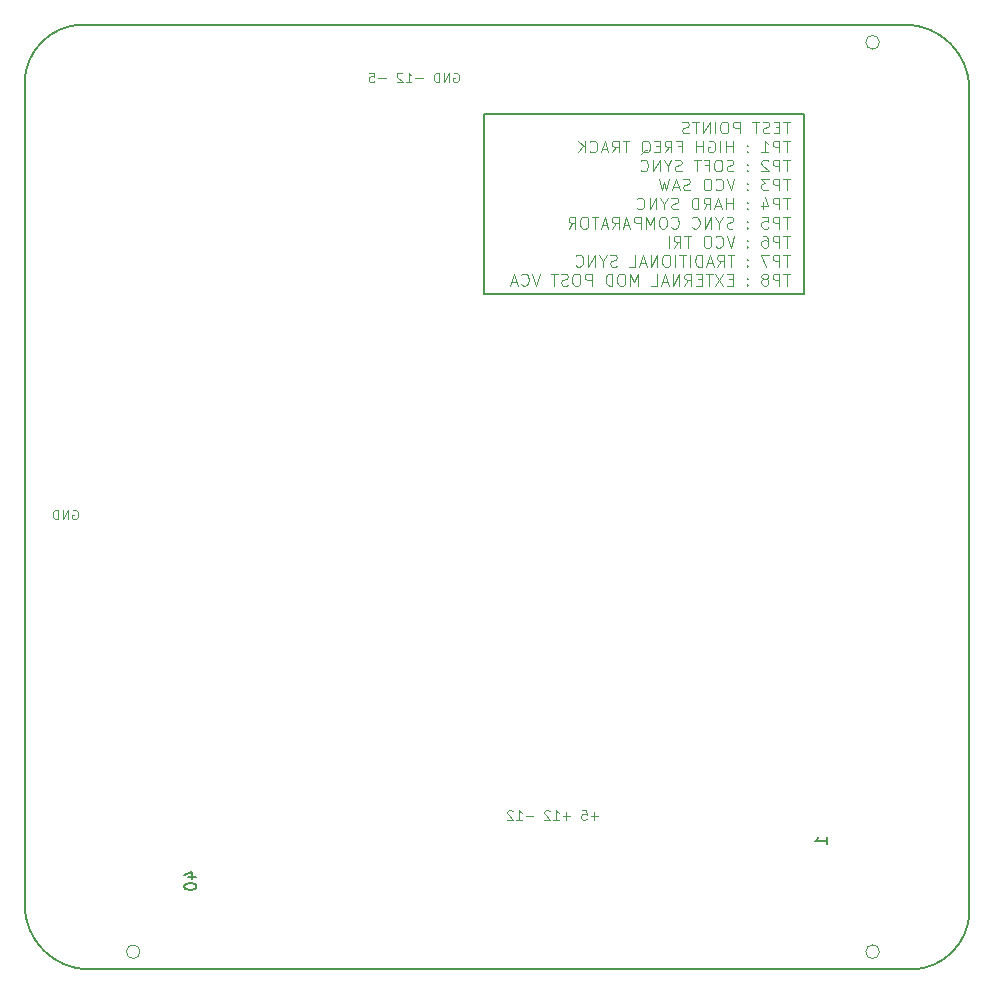
<source format=gbr>
G04 #@! TF.GenerationSoftware,KiCad,Pcbnew,7.0.11*
G04 #@! TF.CreationDate,2025-02-06T22:41:22-08:00*
G04 #@! TF.ProjectId,z3340,7a333334-302e-46b6-9963-61645f706362,0.9*
G04 #@! TF.SameCoordinates,PX5d9f491PY90fcb2f*
G04 #@! TF.FileFunction,Legend,Bot*
G04 #@! TF.FilePolarity,Positive*
%FSLAX46Y46*%
G04 Gerber Fmt 4.6, Leading zero omitted, Abs format (unit mm)*
G04 Created by KiCad (PCBNEW 7.0.11) date 2025-02-06 22:41:22*
%MOMM*%
%LPD*%
G01*
G04 APERTURE LIST*
%ADD10C,0.150000*%
%ADD11C,0.090000*%
G04 #@! TA.AperFunction,Profile*
%ADD12C,0.150000*%
G04 #@! TD*
G04 #@! TA.AperFunction,Profile*
%ADD13C,0.050000*%
G04 #@! TD*
G04 APERTURE END LIST*
D10*
X39329999Y74029999D02*
X66429999Y74029999D01*
X66429999Y58779999D01*
X39329999Y58779999D01*
X39329999Y74029999D01*
D11*
X48989522Y14619346D02*
X48379999Y14619346D01*
X48684760Y14314584D02*
X48684760Y14924108D01*
X47618094Y15114584D02*
X47999046Y15114584D01*
X47999046Y15114584D02*
X48037142Y14733632D01*
X48037142Y14733632D02*
X47999046Y14771727D01*
X47999046Y14771727D02*
X47922856Y14809822D01*
X47922856Y14809822D02*
X47732380Y14809822D01*
X47732380Y14809822D02*
X47656189Y14771727D01*
X47656189Y14771727D02*
X47618094Y14733632D01*
X47618094Y14733632D02*
X47579999Y14657441D01*
X47579999Y14657441D02*
X47579999Y14466965D01*
X47579999Y14466965D02*
X47618094Y14390775D01*
X47618094Y14390775D02*
X47656189Y14352679D01*
X47656189Y14352679D02*
X47732380Y14314584D01*
X47732380Y14314584D02*
X47922856Y14314584D01*
X47922856Y14314584D02*
X47999046Y14352679D01*
X47999046Y14352679D02*
X48037142Y14390775D01*
X46627617Y14619346D02*
X46018094Y14619346D01*
X46322855Y14314584D02*
X46322855Y14924108D01*
X45218094Y14314584D02*
X45675237Y14314584D01*
X45446665Y14314584D02*
X45446665Y15114584D01*
X45446665Y15114584D02*
X45522856Y15000299D01*
X45522856Y15000299D02*
X45599046Y14924108D01*
X45599046Y14924108D02*
X45675237Y14886013D01*
X44913332Y15038394D02*
X44875236Y15076489D01*
X44875236Y15076489D02*
X44799046Y15114584D01*
X44799046Y15114584D02*
X44608570Y15114584D01*
X44608570Y15114584D02*
X44532379Y15076489D01*
X44532379Y15076489D02*
X44494284Y15038394D01*
X44494284Y15038394D02*
X44456189Y14962203D01*
X44456189Y14962203D02*
X44456189Y14886013D01*
X44456189Y14886013D02*
X44494284Y14771727D01*
X44494284Y14771727D02*
X44951427Y14314584D01*
X44951427Y14314584D02*
X44456189Y14314584D01*
X43503807Y14619346D02*
X42894284Y14619346D01*
X42094284Y14314584D02*
X42551427Y14314584D01*
X42322855Y14314584D02*
X42322855Y15114584D01*
X42322855Y15114584D02*
X42399046Y15000299D01*
X42399046Y15000299D02*
X42475236Y14924108D01*
X42475236Y14924108D02*
X42551427Y14886013D01*
X41789522Y15038394D02*
X41751426Y15076489D01*
X41751426Y15076489D02*
X41675236Y15114584D01*
X41675236Y15114584D02*
X41484760Y15114584D01*
X41484760Y15114584D02*
X41408569Y15076489D01*
X41408569Y15076489D02*
X41370474Y15038394D01*
X41370474Y15038394D02*
X41332379Y14962203D01*
X41332379Y14962203D02*
X41332379Y14886013D01*
X41332379Y14886013D02*
X41370474Y14771727D01*
X41370474Y14771727D02*
X41827617Y14314584D01*
X41827617Y14314584D02*
X41332379Y14314584D01*
X4539522Y40526489D02*
X4615712Y40564584D01*
X4615712Y40564584D02*
X4729998Y40564584D01*
X4729998Y40564584D02*
X4844284Y40526489D01*
X4844284Y40526489D02*
X4920474Y40450299D01*
X4920474Y40450299D02*
X4958569Y40374108D01*
X4958569Y40374108D02*
X4996665Y40221727D01*
X4996665Y40221727D02*
X4996665Y40107441D01*
X4996665Y40107441D02*
X4958569Y39955060D01*
X4958569Y39955060D02*
X4920474Y39878870D01*
X4920474Y39878870D02*
X4844284Y39802679D01*
X4844284Y39802679D02*
X4729998Y39764584D01*
X4729998Y39764584D02*
X4653807Y39764584D01*
X4653807Y39764584D02*
X4539522Y39802679D01*
X4539522Y39802679D02*
X4501426Y39840775D01*
X4501426Y39840775D02*
X4501426Y40107441D01*
X4501426Y40107441D02*
X4653807Y40107441D01*
X4158569Y39764584D02*
X4158569Y40564584D01*
X4158569Y40564584D02*
X3701426Y39764584D01*
X3701426Y39764584D02*
X3701426Y40564584D01*
X3320474Y39764584D02*
X3320474Y40564584D01*
X3320474Y40564584D02*
X3129998Y40564584D01*
X3129998Y40564584D02*
X3015712Y40526489D01*
X3015712Y40526489D02*
X2939522Y40450299D01*
X2939522Y40450299D02*
X2901427Y40374108D01*
X2901427Y40374108D02*
X2863331Y40221727D01*
X2863331Y40221727D02*
X2863331Y40107441D01*
X2863331Y40107441D02*
X2901427Y39955060D01*
X2901427Y39955060D02*
X2939522Y39878870D01*
X2939522Y39878870D02*
X3015712Y39802679D01*
X3015712Y39802679D02*
X3129998Y39764584D01*
X3129998Y39764584D02*
X3320474Y39764584D01*
X65275550Y73412060D02*
X64704122Y73412060D01*
X64989836Y72412060D02*
X64989836Y73412060D01*
X64370788Y72935870D02*
X64037455Y72935870D01*
X63894598Y72412060D02*
X64370788Y72412060D01*
X64370788Y72412060D02*
X64370788Y73412060D01*
X64370788Y73412060D02*
X63894598Y73412060D01*
X63513645Y72459679D02*
X63370788Y72412060D01*
X63370788Y72412060D02*
X63132693Y72412060D01*
X63132693Y72412060D02*
X63037455Y72459679D01*
X63037455Y72459679D02*
X62989836Y72507299D01*
X62989836Y72507299D02*
X62942217Y72602537D01*
X62942217Y72602537D02*
X62942217Y72697775D01*
X62942217Y72697775D02*
X62989836Y72793013D01*
X62989836Y72793013D02*
X63037455Y72840632D01*
X63037455Y72840632D02*
X63132693Y72888251D01*
X63132693Y72888251D02*
X63323169Y72935870D01*
X63323169Y72935870D02*
X63418407Y72983489D01*
X63418407Y72983489D02*
X63466026Y73031108D01*
X63466026Y73031108D02*
X63513645Y73126346D01*
X63513645Y73126346D02*
X63513645Y73221584D01*
X63513645Y73221584D02*
X63466026Y73316822D01*
X63466026Y73316822D02*
X63418407Y73364441D01*
X63418407Y73364441D02*
X63323169Y73412060D01*
X63323169Y73412060D02*
X63085074Y73412060D01*
X63085074Y73412060D02*
X62942217Y73364441D01*
X62656502Y73412060D02*
X62085074Y73412060D01*
X62370788Y72412060D02*
X62370788Y73412060D01*
X60989835Y72412060D02*
X60989835Y73412060D01*
X60989835Y73412060D02*
X60608883Y73412060D01*
X60608883Y73412060D02*
X60513645Y73364441D01*
X60513645Y73364441D02*
X60466026Y73316822D01*
X60466026Y73316822D02*
X60418407Y73221584D01*
X60418407Y73221584D02*
X60418407Y73078727D01*
X60418407Y73078727D02*
X60466026Y72983489D01*
X60466026Y72983489D02*
X60513645Y72935870D01*
X60513645Y72935870D02*
X60608883Y72888251D01*
X60608883Y72888251D02*
X60989835Y72888251D01*
X59799359Y73412060D02*
X59608883Y73412060D01*
X59608883Y73412060D02*
X59513645Y73364441D01*
X59513645Y73364441D02*
X59418407Y73269203D01*
X59418407Y73269203D02*
X59370788Y73078727D01*
X59370788Y73078727D02*
X59370788Y72745394D01*
X59370788Y72745394D02*
X59418407Y72554918D01*
X59418407Y72554918D02*
X59513645Y72459679D01*
X59513645Y72459679D02*
X59608883Y72412060D01*
X59608883Y72412060D02*
X59799359Y72412060D01*
X59799359Y72412060D02*
X59894597Y72459679D01*
X59894597Y72459679D02*
X59989835Y72554918D01*
X59989835Y72554918D02*
X60037454Y72745394D01*
X60037454Y72745394D02*
X60037454Y73078727D01*
X60037454Y73078727D02*
X59989835Y73269203D01*
X59989835Y73269203D02*
X59894597Y73364441D01*
X59894597Y73364441D02*
X59799359Y73412060D01*
X58942216Y72412060D02*
X58942216Y73412060D01*
X58466026Y72412060D02*
X58466026Y73412060D01*
X58466026Y73412060D02*
X57894598Y72412060D01*
X57894598Y72412060D02*
X57894598Y73412060D01*
X57561264Y73412060D02*
X56989836Y73412060D01*
X57275550Y72412060D02*
X57275550Y73412060D01*
X56704121Y72459679D02*
X56561264Y72412060D01*
X56561264Y72412060D02*
X56323169Y72412060D01*
X56323169Y72412060D02*
X56227931Y72459679D01*
X56227931Y72459679D02*
X56180312Y72507299D01*
X56180312Y72507299D02*
X56132693Y72602537D01*
X56132693Y72602537D02*
X56132693Y72697775D01*
X56132693Y72697775D02*
X56180312Y72793013D01*
X56180312Y72793013D02*
X56227931Y72840632D01*
X56227931Y72840632D02*
X56323169Y72888251D01*
X56323169Y72888251D02*
X56513645Y72935870D01*
X56513645Y72935870D02*
X56608883Y72983489D01*
X56608883Y72983489D02*
X56656502Y73031108D01*
X56656502Y73031108D02*
X56704121Y73126346D01*
X56704121Y73126346D02*
X56704121Y73221584D01*
X56704121Y73221584D02*
X56656502Y73316822D01*
X56656502Y73316822D02*
X56608883Y73364441D01*
X56608883Y73364441D02*
X56513645Y73412060D01*
X56513645Y73412060D02*
X56275550Y73412060D01*
X56275550Y73412060D02*
X56132693Y73364441D01*
X65275550Y71802060D02*
X64704122Y71802060D01*
X64989836Y70802060D02*
X64989836Y71802060D01*
X64370788Y70802060D02*
X64370788Y71802060D01*
X64370788Y71802060D02*
X63989836Y71802060D01*
X63989836Y71802060D02*
X63894598Y71754441D01*
X63894598Y71754441D02*
X63846979Y71706822D01*
X63846979Y71706822D02*
X63799360Y71611584D01*
X63799360Y71611584D02*
X63799360Y71468727D01*
X63799360Y71468727D02*
X63846979Y71373489D01*
X63846979Y71373489D02*
X63894598Y71325870D01*
X63894598Y71325870D02*
X63989836Y71278251D01*
X63989836Y71278251D02*
X64370788Y71278251D01*
X62846979Y70802060D02*
X63418407Y70802060D01*
X63132693Y70802060D02*
X63132693Y71802060D01*
X63132693Y71802060D02*
X63227931Y71659203D01*
X63227931Y71659203D02*
X63323169Y71563965D01*
X63323169Y71563965D02*
X63418407Y71516346D01*
X61656502Y70897299D02*
X61608883Y70849679D01*
X61608883Y70849679D02*
X61656502Y70802060D01*
X61656502Y70802060D02*
X61704121Y70849679D01*
X61704121Y70849679D02*
X61656502Y70897299D01*
X61656502Y70897299D02*
X61656502Y70802060D01*
X61656502Y71421108D02*
X61608883Y71373489D01*
X61608883Y71373489D02*
X61656502Y71325870D01*
X61656502Y71325870D02*
X61704121Y71373489D01*
X61704121Y71373489D02*
X61656502Y71421108D01*
X61656502Y71421108D02*
X61656502Y71325870D01*
X60418407Y70802060D02*
X60418407Y71802060D01*
X60418407Y71325870D02*
X59846979Y71325870D01*
X59846979Y70802060D02*
X59846979Y71802060D01*
X59370788Y70802060D02*
X59370788Y71802060D01*
X58370789Y71754441D02*
X58466027Y71802060D01*
X58466027Y71802060D02*
X58608884Y71802060D01*
X58608884Y71802060D02*
X58751741Y71754441D01*
X58751741Y71754441D02*
X58846979Y71659203D01*
X58846979Y71659203D02*
X58894598Y71563965D01*
X58894598Y71563965D02*
X58942217Y71373489D01*
X58942217Y71373489D02*
X58942217Y71230632D01*
X58942217Y71230632D02*
X58894598Y71040156D01*
X58894598Y71040156D02*
X58846979Y70944918D01*
X58846979Y70944918D02*
X58751741Y70849679D01*
X58751741Y70849679D02*
X58608884Y70802060D01*
X58608884Y70802060D02*
X58513646Y70802060D01*
X58513646Y70802060D02*
X58370789Y70849679D01*
X58370789Y70849679D02*
X58323170Y70897299D01*
X58323170Y70897299D02*
X58323170Y71230632D01*
X58323170Y71230632D02*
X58513646Y71230632D01*
X57894598Y70802060D02*
X57894598Y71802060D01*
X57894598Y71325870D02*
X57323170Y71325870D01*
X57323170Y70802060D02*
X57323170Y71802060D01*
X55751741Y71325870D02*
X56085074Y71325870D01*
X56085074Y70802060D02*
X56085074Y71802060D01*
X56085074Y71802060D02*
X55608884Y71802060D01*
X54656503Y70802060D02*
X54989836Y71278251D01*
X55227931Y70802060D02*
X55227931Y71802060D01*
X55227931Y71802060D02*
X54846979Y71802060D01*
X54846979Y71802060D02*
X54751741Y71754441D01*
X54751741Y71754441D02*
X54704122Y71706822D01*
X54704122Y71706822D02*
X54656503Y71611584D01*
X54656503Y71611584D02*
X54656503Y71468727D01*
X54656503Y71468727D02*
X54704122Y71373489D01*
X54704122Y71373489D02*
X54751741Y71325870D01*
X54751741Y71325870D02*
X54846979Y71278251D01*
X54846979Y71278251D02*
X55227931Y71278251D01*
X54227931Y71325870D02*
X53894598Y71325870D01*
X53751741Y70802060D02*
X54227931Y70802060D01*
X54227931Y70802060D02*
X54227931Y71802060D01*
X54227931Y71802060D02*
X53751741Y71802060D01*
X52656503Y70706822D02*
X52751741Y70754441D01*
X52751741Y70754441D02*
X52846979Y70849679D01*
X52846979Y70849679D02*
X52989836Y70992537D01*
X52989836Y70992537D02*
X53085074Y71040156D01*
X53085074Y71040156D02*
X53180312Y71040156D01*
X53132693Y70802060D02*
X53227931Y70849679D01*
X53227931Y70849679D02*
X53323169Y70944918D01*
X53323169Y70944918D02*
X53370788Y71135394D01*
X53370788Y71135394D02*
X53370788Y71468727D01*
X53370788Y71468727D02*
X53323169Y71659203D01*
X53323169Y71659203D02*
X53227931Y71754441D01*
X53227931Y71754441D02*
X53132693Y71802060D01*
X53132693Y71802060D02*
X52942217Y71802060D01*
X52942217Y71802060D02*
X52846979Y71754441D01*
X52846979Y71754441D02*
X52751741Y71659203D01*
X52751741Y71659203D02*
X52704122Y71468727D01*
X52704122Y71468727D02*
X52704122Y71135394D01*
X52704122Y71135394D02*
X52751741Y70944918D01*
X52751741Y70944918D02*
X52846979Y70849679D01*
X52846979Y70849679D02*
X52942217Y70802060D01*
X52942217Y70802060D02*
X53132693Y70802060D01*
X51656502Y71802060D02*
X51085074Y71802060D01*
X51370788Y70802060D02*
X51370788Y71802060D01*
X50180312Y70802060D02*
X50513645Y71278251D01*
X50751740Y70802060D02*
X50751740Y71802060D01*
X50751740Y71802060D02*
X50370788Y71802060D01*
X50370788Y71802060D02*
X50275550Y71754441D01*
X50275550Y71754441D02*
X50227931Y71706822D01*
X50227931Y71706822D02*
X50180312Y71611584D01*
X50180312Y71611584D02*
X50180312Y71468727D01*
X50180312Y71468727D02*
X50227931Y71373489D01*
X50227931Y71373489D02*
X50275550Y71325870D01*
X50275550Y71325870D02*
X50370788Y71278251D01*
X50370788Y71278251D02*
X50751740Y71278251D01*
X49799359Y71087775D02*
X49323169Y71087775D01*
X49894597Y70802060D02*
X49561264Y71802060D01*
X49561264Y71802060D02*
X49227931Y70802060D01*
X48323169Y70897299D02*
X48370788Y70849679D01*
X48370788Y70849679D02*
X48513645Y70802060D01*
X48513645Y70802060D02*
X48608883Y70802060D01*
X48608883Y70802060D02*
X48751740Y70849679D01*
X48751740Y70849679D02*
X48846978Y70944918D01*
X48846978Y70944918D02*
X48894597Y71040156D01*
X48894597Y71040156D02*
X48942216Y71230632D01*
X48942216Y71230632D02*
X48942216Y71373489D01*
X48942216Y71373489D02*
X48894597Y71563965D01*
X48894597Y71563965D02*
X48846978Y71659203D01*
X48846978Y71659203D02*
X48751740Y71754441D01*
X48751740Y71754441D02*
X48608883Y71802060D01*
X48608883Y71802060D02*
X48513645Y71802060D01*
X48513645Y71802060D02*
X48370788Y71754441D01*
X48370788Y71754441D02*
X48323169Y71706822D01*
X47894597Y70802060D02*
X47894597Y71802060D01*
X47323169Y70802060D02*
X47751740Y71373489D01*
X47323169Y71802060D02*
X47894597Y71230632D01*
X65275550Y70192060D02*
X64704122Y70192060D01*
X64989836Y69192060D02*
X64989836Y70192060D01*
X64370788Y69192060D02*
X64370788Y70192060D01*
X64370788Y70192060D02*
X63989836Y70192060D01*
X63989836Y70192060D02*
X63894598Y70144441D01*
X63894598Y70144441D02*
X63846979Y70096822D01*
X63846979Y70096822D02*
X63799360Y70001584D01*
X63799360Y70001584D02*
X63799360Y69858727D01*
X63799360Y69858727D02*
X63846979Y69763489D01*
X63846979Y69763489D02*
X63894598Y69715870D01*
X63894598Y69715870D02*
X63989836Y69668251D01*
X63989836Y69668251D02*
X64370788Y69668251D01*
X63418407Y70096822D02*
X63370788Y70144441D01*
X63370788Y70144441D02*
X63275550Y70192060D01*
X63275550Y70192060D02*
X63037455Y70192060D01*
X63037455Y70192060D02*
X62942217Y70144441D01*
X62942217Y70144441D02*
X62894598Y70096822D01*
X62894598Y70096822D02*
X62846979Y70001584D01*
X62846979Y70001584D02*
X62846979Y69906346D01*
X62846979Y69906346D02*
X62894598Y69763489D01*
X62894598Y69763489D02*
X63466026Y69192060D01*
X63466026Y69192060D02*
X62846979Y69192060D01*
X61656502Y69287299D02*
X61608883Y69239679D01*
X61608883Y69239679D02*
X61656502Y69192060D01*
X61656502Y69192060D02*
X61704121Y69239679D01*
X61704121Y69239679D02*
X61656502Y69287299D01*
X61656502Y69287299D02*
X61656502Y69192060D01*
X61656502Y69811108D02*
X61608883Y69763489D01*
X61608883Y69763489D02*
X61656502Y69715870D01*
X61656502Y69715870D02*
X61704121Y69763489D01*
X61704121Y69763489D02*
X61656502Y69811108D01*
X61656502Y69811108D02*
X61656502Y69715870D01*
X60466026Y69239679D02*
X60323169Y69192060D01*
X60323169Y69192060D02*
X60085074Y69192060D01*
X60085074Y69192060D02*
X59989836Y69239679D01*
X59989836Y69239679D02*
X59942217Y69287299D01*
X59942217Y69287299D02*
X59894598Y69382537D01*
X59894598Y69382537D02*
X59894598Y69477775D01*
X59894598Y69477775D02*
X59942217Y69573013D01*
X59942217Y69573013D02*
X59989836Y69620632D01*
X59989836Y69620632D02*
X60085074Y69668251D01*
X60085074Y69668251D02*
X60275550Y69715870D01*
X60275550Y69715870D02*
X60370788Y69763489D01*
X60370788Y69763489D02*
X60418407Y69811108D01*
X60418407Y69811108D02*
X60466026Y69906346D01*
X60466026Y69906346D02*
X60466026Y70001584D01*
X60466026Y70001584D02*
X60418407Y70096822D01*
X60418407Y70096822D02*
X60370788Y70144441D01*
X60370788Y70144441D02*
X60275550Y70192060D01*
X60275550Y70192060D02*
X60037455Y70192060D01*
X60037455Y70192060D02*
X59894598Y70144441D01*
X59275550Y70192060D02*
X59085074Y70192060D01*
X59085074Y70192060D02*
X58989836Y70144441D01*
X58989836Y70144441D02*
X58894598Y70049203D01*
X58894598Y70049203D02*
X58846979Y69858727D01*
X58846979Y69858727D02*
X58846979Y69525394D01*
X58846979Y69525394D02*
X58894598Y69334918D01*
X58894598Y69334918D02*
X58989836Y69239679D01*
X58989836Y69239679D02*
X59085074Y69192060D01*
X59085074Y69192060D02*
X59275550Y69192060D01*
X59275550Y69192060D02*
X59370788Y69239679D01*
X59370788Y69239679D02*
X59466026Y69334918D01*
X59466026Y69334918D02*
X59513645Y69525394D01*
X59513645Y69525394D02*
X59513645Y69858727D01*
X59513645Y69858727D02*
X59466026Y70049203D01*
X59466026Y70049203D02*
X59370788Y70144441D01*
X59370788Y70144441D02*
X59275550Y70192060D01*
X58085074Y69715870D02*
X58418407Y69715870D01*
X58418407Y69192060D02*
X58418407Y70192060D01*
X58418407Y70192060D02*
X57942217Y70192060D01*
X57704121Y70192060D02*
X57132693Y70192060D01*
X57418407Y69192060D02*
X57418407Y70192060D01*
X56085073Y69239679D02*
X55942216Y69192060D01*
X55942216Y69192060D02*
X55704121Y69192060D01*
X55704121Y69192060D02*
X55608883Y69239679D01*
X55608883Y69239679D02*
X55561264Y69287299D01*
X55561264Y69287299D02*
X55513645Y69382537D01*
X55513645Y69382537D02*
X55513645Y69477775D01*
X55513645Y69477775D02*
X55561264Y69573013D01*
X55561264Y69573013D02*
X55608883Y69620632D01*
X55608883Y69620632D02*
X55704121Y69668251D01*
X55704121Y69668251D02*
X55894597Y69715870D01*
X55894597Y69715870D02*
X55989835Y69763489D01*
X55989835Y69763489D02*
X56037454Y69811108D01*
X56037454Y69811108D02*
X56085073Y69906346D01*
X56085073Y69906346D02*
X56085073Y70001584D01*
X56085073Y70001584D02*
X56037454Y70096822D01*
X56037454Y70096822D02*
X55989835Y70144441D01*
X55989835Y70144441D02*
X55894597Y70192060D01*
X55894597Y70192060D02*
X55656502Y70192060D01*
X55656502Y70192060D02*
X55513645Y70144441D01*
X54894597Y69668251D02*
X54894597Y69192060D01*
X55227930Y70192060D02*
X54894597Y69668251D01*
X54894597Y69668251D02*
X54561264Y70192060D01*
X54227930Y69192060D02*
X54227930Y70192060D01*
X54227930Y70192060D02*
X53656502Y69192060D01*
X53656502Y69192060D02*
X53656502Y70192060D01*
X52608883Y69287299D02*
X52656502Y69239679D01*
X52656502Y69239679D02*
X52799359Y69192060D01*
X52799359Y69192060D02*
X52894597Y69192060D01*
X52894597Y69192060D02*
X53037454Y69239679D01*
X53037454Y69239679D02*
X53132692Y69334918D01*
X53132692Y69334918D02*
X53180311Y69430156D01*
X53180311Y69430156D02*
X53227930Y69620632D01*
X53227930Y69620632D02*
X53227930Y69763489D01*
X53227930Y69763489D02*
X53180311Y69953965D01*
X53180311Y69953965D02*
X53132692Y70049203D01*
X53132692Y70049203D02*
X53037454Y70144441D01*
X53037454Y70144441D02*
X52894597Y70192060D01*
X52894597Y70192060D02*
X52799359Y70192060D01*
X52799359Y70192060D02*
X52656502Y70144441D01*
X52656502Y70144441D02*
X52608883Y70096822D01*
X65275550Y68582060D02*
X64704122Y68582060D01*
X64989836Y67582060D02*
X64989836Y68582060D01*
X64370788Y67582060D02*
X64370788Y68582060D01*
X64370788Y68582060D02*
X63989836Y68582060D01*
X63989836Y68582060D02*
X63894598Y68534441D01*
X63894598Y68534441D02*
X63846979Y68486822D01*
X63846979Y68486822D02*
X63799360Y68391584D01*
X63799360Y68391584D02*
X63799360Y68248727D01*
X63799360Y68248727D02*
X63846979Y68153489D01*
X63846979Y68153489D02*
X63894598Y68105870D01*
X63894598Y68105870D02*
X63989836Y68058251D01*
X63989836Y68058251D02*
X64370788Y68058251D01*
X63466026Y68582060D02*
X62846979Y68582060D01*
X62846979Y68582060D02*
X63180312Y68201108D01*
X63180312Y68201108D02*
X63037455Y68201108D01*
X63037455Y68201108D02*
X62942217Y68153489D01*
X62942217Y68153489D02*
X62894598Y68105870D01*
X62894598Y68105870D02*
X62846979Y68010632D01*
X62846979Y68010632D02*
X62846979Y67772537D01*
X62846979Y67772537D02*
X62894598Y67677299D01*
X62894598Y67677299D02*
X62942217Y67629679D01*
X62942217Y67629679D02*
X63037455Y67582060D01*
X63037455Y67582060D02*
X63323169Y67582060D01*
X63323169Y67582060D02*
X63418407Y67629679D01*
X63418407Y67629679D02*
X63466026Y67677299D01*
X61656502Y67677299D02*
X61608883Y67629679D01*
X61608883Y67629679D02*
X61656502Y67582060D01*
X61656502Y67582060D02*
X61704121Y67629679D01*
X61704121Y67629679D02*
X61656502Y67677299D01*
X61656502Y67677299D02*
X61656502Y67582060D01*
X61656502Y68201108D02*
X61608883Y68153489D01*
X61608883Y68153489D02*
X61656502Y68105870D01*
X61656502Y68105870D02*
X61704121Y68153489D01*
X61704121Y68153489D02*
X61656502Y68201108D01*
X61656502Y68201108D02*
X61656502Y68105870D01*
X60561264Y68582060D02*
X60227931Y67582060D01*
X60227931Y67582060D02*
X59894598Y68582060D01*
X58989836Y67677299D02*
X59037455Y67629679D01*
X59037455Y67629679D02*
X59180312Y67582060D01*
X59180312Y67582060D02*
X59275550Y67582060D01*
X59275550Y67582060D02*
X59418407Y67629679D01*
X59418407Y67629679D02*
X59513645Y67724918D01*
X59513645Y67724918D02*
X59561264Y67820156D01*
X59561264Y67820156D02*
X59608883Y68010632D01*
X59608883Y68010632D02*
X59608883Y68153489D01*
X59608883Y68153489D02*
X59561264Y68343965D01*
X59561264Y68343965D02*
X59513645Y68439203D01*
X59513645Y68439203D02*
X59418407Y68534441D01*
X59418407Y68534441D02*
X59275550Y68582060D01*
X59275550Y68582060D02*
X59180312Y68582060D01*
X59180312Y68582060D02*
X59037455Y68534441D01*
X59037455Y68534441D02*
X58989836Y68486822D01*
X58370788Y68582060D02*
X58180312Y68582060D01*
X58180312Y68582060D02*
X58085074Y68534441D01*
X58085074Y68534441D02*
X57989836Y68439203D01*
X57989836Y68439203D02*
X57942217Y68248727D01*
X57942217Y68248727D02*
X57942217Y67915394D01*
X57942217Y67915394D02*
X57989836Y67724918D01*
X57989836Y67724918D02*
X58085074Y67629679D01*
X58085074Y67629679D02*
X58180312Y67582060D01*
X58180312Y67582060D02*
X58370788Y67582060D01*
X58370788Y67582060D02*
X58466026Y67629679D01*
X58466026Y67629679D02*
X58561264Y67724918D01*
X58561264Y67724918D02*
X58608883Y67915394D01*
X58608883Y67915394D02*
X58608883Y68248727D01*
X58608883Y68248727D02*
X58561264Y68439203D01*
X58561264Y68439203D02*
X58466026Y68534441D01*
X58466026Y68534441D02*
X58370788Y68582060D01*
X56799359Y67629679D02*
X56656502Y67582060D01*
X56656502Y67582060D02*
X56418407Y67582060D01*
X56418407Y67582060D02*
X56323169Y67629679D01*
X56323169Y67629679D02*
X56275550Y67677299D01*
X56275550Y67677299D02*
X56227931Y67772537D01*
X56227931Y67772537D02*
X56227931Y67867775D01*
X56227931Y67867775D02*
X56275550Y67963013D01*
X56275550Y67963013D02*
X56323169Y68010632D01*
X56323169Y68010632D02*
X56418407Y68058251D01*
X56418407Y68058251D02*
X56608883Y68105870D01*
X56608883Y68105870D02*
X56704121Y68153489D01*
X56704121Y68153489D02*
X56751740Y68201108D01*
X56751740Y68201108D02*
X56799359Y68296346D01*
X56799359Y68296346D02*
X56799359Y68391584D01*
X56799359Y68391584D02*
X56751740Y68486822D01*
X56751740Y68486822D02*
X56704121Y68534441D01*
X56704121Y68534441D02*
X56608883Y68582060D01*
X56608883Y68582060D02*
X56370788Y68582060D01*
X56370788Y68582060D02*
X56227931Y68534441D01*
X55846978Y67867775D02*
X55370788Y67867775D01*
X55942216Y67582060D02*
X55608883Y68582060D01*
X55608883Y68582060D02*
X55275550Y67582060D01*
X55037454Y68582060D02*
X54799359Y67582060D01*
X54799359Y67582060D02*
X54608883Y68296346D01*
X54608883Y68296346D02*
X54418407Y67582060D01*
X54418407Y67582060D02*
X54180312Y68582060D01*
X65275550Y66972060D02*
X64704122Y66972060D01*
X64989836Y65972060D02*
X64989836Y66972060D01*
X64370788Y65972060D02*
X64370788Y66972060D01*
X64370788Y66972060D02*
X63989836Y66972060D01*
X63989836Y66972060D02*
X63894598Y66924441D01*
X63894598Y66924441D02*
X63846979Y66876822D01*
X63846979Y66876822D02*
X63799360Y66781584D01*
X63799360Y66781584D02*
X63799360Y66638727D01*
X63799360Y66638727D02*
X63846979Y66543489D01*
X63846979Y66543489D02*
X63894598Y66495870D01*
X63894598Y66495870D02*
X63989836Y66448251D01*
X63989836Y66448251D02*
X64370788Y66448251D01*
X62942217Y66638727D02*
X62942217Y65972060D01*
X63180312Y67019679D02*
X63418407Y66305394D01*
X63418407Y66305394D02*
X62799360Y66305394D01*
X61656502Y66067299D02*
X61608883Y66019679D01*
X61608883Y66019679D02*
X61656502Y65972060D01*
X61656502Y65972060D02*
X61704121Y66019679D01*
X61704121Y66019679D02*
X61656502Y66067299D01*
X61656502Y66067299D02*
X61656502Y65972060D01*
X61656502Y66591108D02*
X61608883Y66543489D01*
X61608883Y66543489D02*
X61656502Y66495870D01*
X61656502Y66495870D02*
X61704121Y66543489D01*
X61704121Y66543489D02*
X61656502Y66591108D01*
X61656502Y66591108D02*
X61656502Y66495870D01*
X60418407Y65972060D02*
X60418407Y66972060D01*
X60418407Y66495870D02*
X59846979Y66495870D01*
X59846979Y65972060D02*
X59846979Y66972060D01*
X59418407Y66257775D02*
X58942217Y66257775D01*
X59513645Y65972060D02*
X59180312Y66972060D01*
X59180312Y66972060D02*
X58846979Y65972060D01*
X57942217Y65972060D02*
X58275550Y66448251D01*
X58513645Y65972060D02*
X58513645Y66972060D01*
X58513645Y66972060D02*
X58132693Y66972060D01*
X58132693Y66972060D02*
X58037455Y66924441D01*
X58037455Y66924441D02*
X57989836Y66876822D01*
X57989836Y66876822D02*
X57942217Y66781584D01*
X57942217Y66781584D02*
X57942217Y66638727D01*
X57942217Y66638727D02*
X57989836Y66543489D01*
X57989836Y66543489D02*
X58037455Y66495870D01*
X58037455Y66495870D02*
X58132693Y66448251D01*
X58132693Y66448251D02*
X58513645Y66448251D01*
X57513645Y65972060D02*
X57513645Y66972060D01*
X57513645Y66972060D02*
X57275550Y66972060D01*
X57275550Y66972060D02*
X57132693Y66924441D01*
X57132693Y66924441D02*
X57037455Y66829203D01*
X57037455Y66829203D02*
X56989836Y66733965D01*
X56989836Y66733965D02*
X56942217Y66543489D01*
X56942217Y66543489D02*
X56942217Y66400632D01*
X56942217Y66400632D02*
X56989836Y66210156D01*
X56989836Y66210156D02*
X57037455Y66114918D01*
X57037455Y66114918D02*
X57132693Y66019679D01*
X57132693Y66019679D02*
X57275550Y65972060D01*
X57275550Y65972060D02*
X57513645Y65972060D01*
X55799359Y66019679D02*
X55656502Y65972060D01*
X55656502Y65972060D02*
X55418407Y65972060D01*
X55418407Y65972060D02*
X55323169Y66019679D01*
X55323169Y66019679D02*
X55275550Y66067299D01*
X55275550Y66067299D02*
X55227931Y66162537D01*
X55227931Y66162537D02*
X55227931Y66257775D01*
X55227931Y66257775D02*
X55275550Y66353013D01*
X55275550Y66353013D02*
X55323169Y66400632D01*
X55323169Y66400632D02*
X55418407Y66448251D01*
X55418407Y66448251D02*
X55608883Y66495870D01*
X55608883Y66495870D02*
X55704121Y66543489D01*
X55704121Y66543489D02*
X55751740Y66591108D01*
X55751740Y66591108D02*
X55799359Y66686346D01*
X55799359Y66686346D02*
X55799359Y66781584D01*
X55799359Y66781584D02*
X55751740Y66876822D01*
X55751740Y66876822D02*
X55704121Y66924441D01*
X55704121Y66924441D02*
X55608883Y66972060D01*
X55608883Y66972060D02*
X55370788Y66972060D01*
X55370788Y66972060D02*
X55227931Y66924441D01*
X54608883Y66448251D02*
X54608883Y65972060D01*
X54942216Y66972060D02*
X54608883Y66448251D01*
X54608883Y66448251D02*
X54275550Y66972060D01*
X53942216Y65972060D02*
X53942216Y66972060D01*
X53942216Y66972060D02*
X53370788Y65972060D01*
X53370788Y65972060D02*
X53370788Y66972060D01*
X52323169Y66067299D02*
X52370788Y66019679D01*
X52370788Y66019679D02*
X52513645Y65972060D01*
X52513645Y65972060D02*
X52608883Y65972060D01*
X52608883Y65972060D02*
X52751740Y66019679D01*
X52751740Y66019679D02*
X52846978Y66114918D01*
X52846978Y66114918D02*
X52894597Y66210156D01*
X52894597Y66210156D02*
X52942216Y66400632D01*
X52942216Y66400632D02*
X52942216Y66543489D01*
X52942216Y66543489D02*
X52894597Y66733965D01*
X52894597Y66733965D02*
X52846978Y66829203D01*
X52846978Y66829203D02*
X52751740Y66924441D01*
X52751740Y66924441D02*
X52608883Y66972060D01*
X52608883Y66972060D02*
X52513645Y66972060D01*
X52513645Y66972060D02*
X52370788Y66924441D01*
X52370788Y66924441D02*
X52323169Y66876822D01*
X65275550Y65362060D02*
X64704122Y65362060D01*
X64989836Y64362060D02*
X64989836Y65362060D01*
X64370788Y64362060D02*
X64370788Y65362060D01*
X64370788Y65362060D02*
X63989836Y65362060D01*
X63989836Y65362060D02*
X63894598Y65314441D01*
X63894598Y65314441D02*
X63846979Y65266822D01*
X63846979Y65266822D02*
X63799360Y65171584D01*
X63799360Y65171584D02*
X63799360Y65028727D01*
X63799360Y65028727D02*
X63846979Y64933489D01*
X63846979Y64933489D02*
X63894598Y64885870D01*
X63894598Y64885870D02*
X63989836Y64838251D01*
X63989836Y64838251D02*
X64370788Y64838251D01*
X62894598Y65362060D02*
X63370788Y65362060D01*
X63370788Y65362060D02*
X63418407Y64885870D01*
X63418407Y64885870D02*
X63370788Y64933489D01*
X63370788Y64933489D02*
X63275550Y64981108D01*
X63275550Y64981108D02*
X63037455Y64981108D01*
X63037455Y64981108D02*
X62942217Y64933489D01*
X62942217Y64933489D02*
X62894598Y64885870D01*
X62894598Y64885870D02*
X62846979Y64790632D01*
X62846979Y64790632D02*
X62846979Y64552537D01*
X62846979Y64552537D02*
X62894598Y64457299D01*
X62894598Y64457299D02*
X62942217Y64409679D01*
X62942217Y64409679D02*
X63037455Y64362060D01*
X63037455Y64362060D02*
X63275550Y64362060D01*
X63275550Y64362060D02*
X63370788Y64409679D01*
X63370788Y64409679D02*
X63418407Y64457299D01*
X61656502Y64457299D02*
X61608883Y64409679D01*
X61608883Y64409679D02*
X61656502Y64362060D01*
X61656502Y64362060D02*
X61704121Y64409679D01*
X61704121Y64409679D02*
X61656502Y64457299D01*
X61656502Y64457299D02*
X61656502Y64362060D01*
X61656502Y64981108D02*
X61608883Y64933489D01*
X61608883Y64933489D02*
X61656502Y64885870D01*
X61656502Y64885870D02*
X61704121Y64933489D01*
X61704121Y64933489D02*
X61656502Y64981108D01*
X61656502Y64981108D02*
X61656502Y64885870D01*
X60466026Y64409679D02*
X60323169Y64362060D01*
X60323169Y64362060D02*
X60085074Y64362060D01*
X60085074Y64362060D02*
X59989836Y64409679D01*
X59989836Y64409679D02*
X59942217Y64457299D01*
X59942217Y64457299D02*
X59894598Y64552537D01*
X59894598Y64552537D02*
X59894598Y64647775D01*
X59894598Y64647775D02*
X59942217Y64743013D01*
X59942217Y64743013D02*
X59989836Y64790632D01*
X59989836Y64790632D02*
X60085074Y64838251D01*
X60085074Y64838251D02*
X60275550Y64885870D01*
X60275550Y64885870D02*
X60370788Y64933489D01*
X60370788Y64933489D02*
X60418407Y64981108D01*
X60418407Y64981108D02*
X60466026Y65076346D01*
X60466026Y65076346D02*
X60466026Y65171584D01*
X60466026Y65171584D02*
X60418407Y65266822D01*
X60418407Y65266822D02*
X60370788Y65314441D01*
X60370788Y65314441D02*
X60275550Y65362060D01*
X60275550Y65362060D02*
X60037455Y65362060D01*
X60037455Y65362060D02*
X59894598Y65314441D01*
X59275550Y64838251D02*
X59275550Y64362060D01*
X59608883Y65362060D02*
X59275550Y64838251D01*
X59275550Y64838251D02*
X58942217Y65362060D01*
X58608883Y64362060D02*
X58608883Y65362060D01*
X58608883Y65362060D02*
X58037455Y64362060D01*
X58037455Y64362060D02*
X58037455Y65362060D01*
X56989836Y64457299D02*
X57037455Y64409679D01*
X57037455Y64409679D02*
X57180312Y64362060D01*
X57180312Y64362060D02*
X57275550Y64362060D01*
X57275550Y64362060D02*
X57418407Y64409679D01*
X57418407Y64409679D02*
X57513645Y64504918D01*
X57513645Y64504918D02*
X57561264Y64600156D01*
X57561264Y64600156D02*
X57608883Y64790632D01*
X57608883Y64790632D02*
X57608883Y64933489D01*
X57608883Y64933489D02*
X57561264Y65123965D01*
X57561264Y65123965D02*
X57513645Y65219203D01*
X57513645Y65219203D02*
X57418407Y65314441D01*
X57418407Y65314441D02*
X57275550Y65362060D01*
X57275550Y65362060D02*
X57180312Y65362060D01*
X57180312Y65362060D02*
X57037455Y65314441D01*
X57037455Y65314441D02*
X56989836Y65266822D01*
X55227931Y64457299D02*
X55275550Y64409679D01*
X55275550Y64409679D02*
X55418407Y64362060D01*
X55418407Y64362060D02*
X55513645Y64362060D01*
X55513645Y64362060D02*
X55656502Y64409679D01*
X55656502Y64409679D02*
X55751740Y64504918D01*
X55751740Y64504918D02*
X55799359Y64600156D01*
X55799359Y64600156D02*
X55846978Y64790632D01*
X55846978Y64790632D02*
X55846978Y64933489D01*
X55846978Y64933489D02*
X55799359Y65123965D01*
X55799359Y65123965D02*
X55751740Y65219203D01*
X55751740Y65219203D02*
X55656502Y65314441D01*
X55656502Y65314441D02*
X55513645Y65362060D01*
X55513645Y65362060D02*
X55418407Y65362060D01*
X55418407Y65362060D02*
X55275550Y65314441D01*
X55275550Y65314441D02*
X55227931Y65266822D01*
X54608883Y65362060D02*
X54418407Y65362060D01*
X54418407Y65362060D02*
X54323169Y65314441D01*
X54323169Y65314441D02*
X54227931Y65219203D01*
X54227931Y65219203D02*
X54180312Y65028727D01*
X54180312Y65028727D02*
X54180312Y64695394D01*
X54180312Y64695394D02*
X54227931Y64504918D01*
X54227931Y64504918D02*
X54323169Y64409679D01*
X54323169Y64409679D02*
X54418407Y64362060D01*
X54418407Y64362060D02*
X54608883Y64362060D01*
X54608883Y64362060D02*
X54704121Y64409679D01*
X54704121Y64409679D02*
X54799359Y64504918D01*
X54799359Y64504918D02*
X54846978Y64695394D01*
X54846978Y64695394D02*
X54846978Y65028727D01*
X54846978Y65028727D02*
X54799359Y65219203D01*
X54799359Y65219203D02*
X54704121Y65314441D01*
X54704121Y65314441D02*
X54608883Y65362060D01*
X53751740Y64362060D02*
X53751740Y65362060D01*
X53751740Y65362060D02*
X53418407Y64647775D01*
X53418407Y64647775D02*
X53085074Y65362060D01*
X53085074Y65362060D02*
X53085074Y64362060D01*
X52608883Y64362060D02*
X52608883Y65362060D01*
X52608883Y65362060D02*
X52227931Y65362060D01*
X52227931Y65362060D02*
X52132693Y65314441D01*
X52132693Y65314441D02*
X52085074Y65266822D01*
X52085074Y65266822D02*
X52037455Y65171584D01*
X52037455Y65171584D02*
X52037455Y65028727D01*
X52037455Y65028727D02*
X52085074Y64933489D01*
X52085074Y64933489D02*
X52132693Y64885870D01*
X52132693Y64885870D02*
X52227931Y64838251D01*
X52227931Y64838251D02*
X52608883Y64838251D01*
X51656502Y64647775D02*
X51180312Y64647775D01*
X51751740Y64362060D02*
X51418407Y65362060D01*
X51418407Y65362060D02*
X51085074Y64362060D01*
X50180312Y64362060D02*
X50513645Y64838251D01*
X50751740Y64362060D02*
X50751740Y65362060D01*
X50751740Y65362060D02*
X50370788Y65362060D01*
X50370788Y65362060D02*
X50275550Y65314441D01*
X50275550Y65314441D02*
X50227931Y65266822D01*
X50227931Y65266822D02*
X50180312Y65171584D01*
X50180312Y65171584D02*
X50180312Y65028727D01*
X50180312Y65028727D02*
X50227931Y64933489D01*
X50227931Y64933489D02*
X50275550Y64885870D01*
X50275550Y64885870D02*
X50370788Y64838251D01*
X50370788Y64838251D02*
X50751740Y64838251D01*
X49799359Y64647775D02*
X49323169Y64647775D01*
X49894597Y64362060D02*
X49561264Y65362060D01*
X49561264Y65362060D02*
X49227931Y64362060D01*
X49037454Y65362060D02*
X48466026Y65362060D01*
X48751740Y64362060D02*
X48751740Y65362060D01*
X47942216Y65362060D02*
X47751740Y65362060D01*
X47751740Y65362060D02*
X47656502Y65314441D01*
X47656502Y65314441D02*
X47561264Y65219203D01*
X47561264Y65219203D02*
X47513645Y65028727D01*
X47513645Y65028727D02*
X47513645Y64695394D01*
X47513645Y64695394D02*
X47561264Y64504918D01*
X47561264Y64504918D02*
X47656502Y64409679D01*
X47656502Y64409679D02*
X47751740Y64362060D01*
X47751740Y64362060D02*
X47942216Y64362060D01*
X47942216Y64362060D02*
X48037454Y64409679D01*
X48037454Y64409679D02*
X48132692Y64504918D01*
X48132692Y64504918D02*
X48180311Y64695394D01*
X48180311Y64695394D02*
X48180311Y65028727D01*
X48180311Y65028727D02*
X48132692Y65219203D01*
X48132692Y65219203D02*
X48037454Y65314441D01*
X48037454Y65314441D02*
X47942216Y65362060D01*
X46513645Y64362060D02*
X46846978Y64838251D01*
X47085073Y64362060D02*
X47085073Y65362060D01*
X47085073Y65362060D02*
X46704121Y65362060D01*
X46704121Y65362060D02*
X46608883Y65314441D01*
X46608883Y65314441D02*
X46561264Y65266822D01*
X46561264Y65266822D02*
X46513645Y65171584D01*
X46513645Y65171584D02*
X46513645Y65028727D01*
X46513645Y65028727D02*
X46561264Y64933489D01*
X46561264Y64933489D02*
X46608883Y64885870D01*
X46608883Y64885870D02*
X46704121Y64838251D01*
X46704121Y64838251D02*
X47085073Y64838251D01*
X65275550Y63752060D02*
X64704122Y63752060D01*
X64989836Y62752060D02*
X64989836Y63752060D01*
X64370788Y62752060D02*
X64370788Y63752060D01*
X64370788Y63752060D02*
X63989836Y63752060D01*
X63989836Y63752060D02*
X63894598Y63704441D01*
X63894598Y63704441D02*
X63846979Y63656822D01*
X63846979Y63656822D02*
X63799360Y63561584D01*
X63799360Y63561584D02*
X63799360Y63418727D01*
X63799360Y63418727D02*
X63846979Y63323489D01*
X63846979Y63323489D02*
X63894598Y63275870D01*
X63894598Y63275870D02*
X63989836Y63228251D01*
X63989836Y63228251D02*
X64370788Y63228251D01*
X62942217Y63752060D02*
X63132693Y63752060D01*
X63132693Y63752060D02*
X63227931Y63704441D01*
X63227931Y63704441D02*
X63275550Y63656822D01*
X63275550Y63656822D02*
X63370788Y63513965D01*
X63370788Y63513965D02*
X63418407Y63323489D01*
X63418407Y63323489D02*
X63418407Y62942537D01*
X63418407Y62942537D02*
X63370788Y62847299D01*
X63370788Y62847299D02*
X63323169Y62799679D01*
X63323169Y62799679D02*
X63227931Y62752060D01*
X63227931Y62752060D02*
X63037455Y62752060D01*
X63037455Y62752060D02*
X62942217Y62799679D01*
X62942217Y62799679D02*
X62894598Y62847299D01*
X62894598Y62847299D02*
X62846979Y62942537D01*
X62846979Y62942537D02*
X62846979Y63180632D01*
X62846979Y63180632D02*
X62894598Y63275870D01*
X62894598Y63275870D02*
X62942217Y63323489D01*
X62942217Y63323489D02*
X63037455Y63371108D01*
X63037455Y63371108D02*
X63227931Y63371108D01*
X63227931Y63371108D02*
X63323169Y63323489D01*
X63323169Y63323489D02*
X63370788Y63275870D01*
X63370788Y63275870D02*
X63418407Y63180632D01*
X61656502Y62847299D02*
X61608883Y62799679D01*
X61608883Y62799679D02*
X61656502Y62752060D01*
X61656502Y62752060D02*
X61704121Y62799679D01*
X61704121Y62799679D02*
X61656502Y62847299D01*
X61656502Y62847299D02*
X61656502Y62752060D01*
X61656502Y63371108D02*
X61608883Y63323489D01*
X61608883Y63323489D02*
X61656502Y63275870D01*
X61656502Y63275870D02*
X61704121Y63323489D01*
X61704121Y63323489D02*
X61656502Y63371108D01*
X61656502Y63371108D02*
X61656502Y63275870D01*
X60561264Y63752060D02*
X60227931Y62752060D01*
X60227931Y62752060D02*
X59894598Y63752060D01*
X58989836Y62847299D02*
X59037455Y62799679D01*
X59037455Y62799679D02*
X59180312Y62752060D01*
X59180312Y62752060D02*
X59275550Y62752060D01*
X59275550Y62752060D02*
X59418407Y62799679D01*
X59418407Y62799679D02*
X59513645Y62894918D01*
X59513645Y62894918D02*
X59561264Y62990156D01*
X59561264Y62990156D02*
X59608883Y63180632D01*
X59608883Y63180632D02*
X59608883Y63323489D01*
X59608883Y63323489D02*
X59561264Y63513965D01*
X59561264Y63513965D02*
X59513645Y63609203D01*
X59513645Y63609203D02*
X59418407Y63704441D01*
X59418407Y63704441D02*
X59275550Y63752060D01*
X59275550Y63752060D02*
X59180312Y63752060D01*
X59180312Y63752060D02*
X59037455Y63704441D01*
X59037455Y63704441D02*
X58989836Y63656822D01*
X58370788Y63752060D02*
X58180312Y63752060D01*
X58180312Y63752060D02*
X58085074Y63704441D01*
X58085074Y63704441D02*
X57989836Y63609203D01*
X57989836Y63609203D02*
X57942217Y63418727D01*
X57942217Y63418727D02*
X57942217Y63085394D01*
X57942217Y63085394D02*
X57989836Y62894918D01*
X57989836Y62894918D02*
X58085074Y62799679D01*
X58085074Y62799679D02*
X58180312Y62752060D01*
X58180312Y62752060D02*
X58370788Y62752060D01*
X58370788Y62752060D02*
X58466026Y62799679D01*
X58466026Y62799679D02*
X58561264Y62894918D01*
X58561264Y62894918D02*
X58608883Y63085394D01*
X58608883Y63085394D02*
X58608883Y63418727D01*
X58608883Y63418727D02*
X58561264Y63609203D01*
X58561264Y63609203D02*
X58466026Y63704441D01*
X58466026Y63704441D02*
X58370788Y63752060D01*
X56894597Y63752060D02*
X56323169Y63752060D01*
X56608883Y62752060D02*
X56608883Y63752060D01*
X55418407Y62752060D02*
X55751740Y63228251D01*
X55989835Y62752060D02*
X55989835Y63752060D01*
X55989835Y63752060D02*
X55608883Y63752060D01*
X55608883Y63752060D02*
X55513645Y63704441D01*
X55513645Y63704441D02*
X55466026Y63656822D01*
X55466026Y63656822D02*
X55418407Y63561584D01*
X55418407Y63561584D02*
X55418407Y63418727D01*
X55418407Y63418727D02*
X55466026Y63323489D01*
X55466026Y63323489D02*
X55513645Y63275870D01*
X55513645Y63275870D02*
X55608883Y63228251D01*
X55608883Y63228251D02*
X55989835Y63228251D01*
X54989835Y62752060D02*
X54989835Y63752060D01*
X65275550Y62142060D02*
X64704122Y62142060D01*
X64989836Y61142060D02*
X64989836Y62142060D01*
X64370788Y61142060D02*
X64370788Y62142060D01*
X64370788Y62142060D02*
X63989836Y62142060D01*
X63989836Y62142060D02*
X63894598Y62094441D01*
X63894598Y62094441D02*
X63846979Y62046822D01*
X63846979Y62046822D02*
X63799360Y61951584D01*
X63799360Y61951584D02*
X63799360Y61808727D01*
X63799360Y61808727D02*
X63846979Y61713489D01*
X63846979Y61713489D02*
X63894598Y61665870D01*
X63894598Y61665870D02*
X63989836Y61618251D01*
X63989836Y61618251D02*
X64370788Y61618251D01*
X63466026Y62142060D02*
X62799360Y62142060D01*
X62799360Y62142060D02*
X63227931Y61142060D01*
X61656502Y61237299D02*
X61608883Y61189679D01*
X61608883Y61189679D02*
X61656502Y61142060D01*
X61656502Y61142060D02*
X61704121Y61189679D01*
X61704121Y61189679D02*
X61656502Y61237299D01*
X61656502Y61237299D02*
X61656502Y61142060D01*
X61656502Y61761108D02*
X61608883Y61713489D01*
X61608883Y61713489D02*
X61656502Y61665870D01*
X61656502Y61665870D02*
X61704121Y61713489D01*
X61704121Y61713489D02*
X61656502Y61761108D01*
X61656502Y61761108D02*
X61656502Y61665870D01*
X60561264Y62142060D02*
X59989836Y62142060D01*
X60275550Y61142060D02*
X60275550Y62142060D01*
X59085074Y61142060D02*
X59418407Y61618251D01*
X59656502Y61142060D02*
X59656502Y62142060D01*
X59656502Y62142060D02*
X59275550Y62142060D01*
X59275550Y62142060D02*
X59180312Y62094441D01*
X59180312Y62094441D02*
X59132693Y62046822D01*
X59132693Y62046822D02*
X59085074Y61951584D01*
X59085074Y61951584D02*
X59085074Y61808727D01*
X59085074Y61808727D02*
X59132693Y61713489D01*
X59132693Y61713489D02*
X59180312Y61665870D01*
X59180312Y61665870D02*
X59275550Y61618251D01*
X59275550Y61618251D02*
X59656502Y61618251D01*
X58704121Y61427775D02*
X58227931Y61427775D01*
X58799359Y61142060D02*
X58466026Y62142060D01*
X58466026Y62142060D02*
X58132693Y61142060D01*
X57799359Y61142060D02*
X57799359Y62142060D01*
X57799359Y62142060D02*
X57561264Y62142060D01*
X57561264Y62142060D02*
X57418407Y62094441D01*
X57418407Y62094441D02*
X57323169Y61999203D01*
X57323169Y61999203D02*
X57275550Y61903965D01*
X57275550Y61903965D02*
X57227931Y61713489D01*
X57227931Y61713489D02*
X57227931Y61570632D01*
X57227931Y61570632D02*
X57275550Y61380156D01*
X57275550Y61380156D02*
X57323169Y61284918D01*
X57323169Y61284918D02*
X57418407Y61189679D01*
X57418407Y61189679D02*
X57561264Y61142060D01*
X57561264Y61142060D02*
X57799359Y61142060D01*
X56799359Y61142060D02*
X56799359Y62142060D01*
X56466026Y62142060D02*
X55894598Y62142060D01*
X56180312Y61142060D02*
X56180312Y62142060D01*
X55561264Y61142060D02*
X55561264Y62142060D01*
X54894598Y62142060D02*
X54704122Y62142060D01*
X54704122Y62142060D02*
X54608884Y62094441D01*
X54608884Y62094441D02*
X54513646Y61999203D01*
X54513646Y61999203D02*
X54466027Y61808727D01*
X54466027Y61808727D02*
X54466027Y61475394D01*
X54466027Y61475394D02*
X54513646Y61284918D01*
X54513646Y61284918D02*
X54608884Y61189679D01*
X54608884Y61189679D02*
X54704122Y61142060D01*
X54704122Y61142060D02*
X54894598Y61142060D01*
X54894598Y61142060D02*
X54989836Y61189679D01*
X54989836Y61189679D02*
X55085074Y61284918D01*
X55085074Y61284918D02*
X55132693Y61475394D01*
X55132693Y61475394D02*
X55132693Y61808727D01*
X55132693Y61808727D02*
X55085074Y61999203D01*
X55085074Y61999203D02*
X54989836Y62094441D01*
X54989836Y62094441D02*
X54894598Y62142060D01*
X54037455Y61142060D02*
X54037455Y62142060D01*
X54037455Y62142060D02*
X53466027Y61142060D01*
X53466027Y61142060D02*
X53466027Y62142060D01*
X53037455Y61427775D02*
X52561265Y61427775D01*
X53132693Y61142060D02*
X52799360Y62142060D01*
X52799360Y62142060D02*
X52466027Y61142060D01*
X51656503Y61142060D02*
X52132693Y61142060D01*
X52132693Y61142060D02*
X52132693Y62142060D01*
X50608883Y61189679D02*
X50466026Y61142060D01*
X50466026Y61142060D02*
X50227931Y61142060D01*
X50227931Y61142060D02*
X50132693Y61189679D01*
X50132693Y61189679D02*
X50085074Y61237299D01*
X50085074Y61237299D02*
X50037455Y61332537D01*
X50037455Y61332537D02*
X50037455Y61427775D01*
X50037455Y61427775D02*
X50085074Y61523013D01*
X50085074Y61523013D02*
X50132693Y61570632D01*
X50132693Y61570632D02*
X50227931Y61618251D01*
X50227931Y61618251D02*
X50418407Y61665870D01*
X50418407Y61665870D02*
X50513645Y61713489D01*
X50513645Y61713489D02*
X50561264Y61761108D01*
X50561264Y61761108D02*
X50608883Y61856346D01*
X50608883Y61856346D02*
X50608883Y61951584D01*
X50608883Y61951584D02*
X50561264Y62046822D01*
X50561264Y62046822D02*
X50513645Y62094441D01*
X50513645Y62094441D02*
X50418407Y62142060D01*
X50418407Y62142060D02*
X50180312Y62142060D01*
X50180312Y62142060D02*
X50037455Y62094441D01*
X49418407Y61618251D02*
X49418407Y61142060D01*
X49751740Y62142060D02*
X49418407Y61618251D01*
X49418407Y61618251D02*
X49085074Y62142060D01*
X48751740Y61142060D02*
X48751740Y62142060D01*
X48751740Y62142060D02*
X48180312Y61142060D01*
X48180312Y61142060D02*
X48180312Y62142060D01*
X47132693Y61237299D02*
X47180312Y61189679D01*
X47180312Y61189679D02*
X47323169Y61142060D01*
X47323169Y61142060D02*
X47418407Y61142060D01*
X47418407Y61142060D02*
X47561264Y61189679D01*
X47561264Y61189679D02*
X47656502Y61284918D01*
X47656502Y61284918D02*
X47704121Y61380156D01*
X47704121Y61380156D02*
X47751740Y61570632D01*
X47751740Y61570632D02*
X47751740Y61713489D01*
X47751740Y61713489D02*
X47704121Y61903965D01*
X47704121Y61903965D02*
X47656502Y61999203D01*
X47656502Y61999203D02*
X47561264Y62094441D01*
X47561264Y62094441D02*
X47418407Y62142060D01*
X47418407Y62142060D02*
X47323169Y62142060D01*
X47323169Y62142060D02*
X47180312Y62094441D01*
X47180312Y62094441D02*
X47132693Y62046822D01*
X65275550Y60532060D02*
X64704122Y60532060D01*
X64989836Y59532060D02*
X64989836Y60532060D01*
X64370788Y59532060D02*
X64370788Y60532060D01*
X64370788Y60532060D02*
X63989836Y60532060D01*
X63989836Y60532060D02*
X63894598Y60484441D01*
X63894598Y60484441D02*
X63846979Y60436822D01*
X63846979Y60436822D02*
X63799360Y60341584D01*
X63799360Y60341584D02*
X63799360Y60198727D01*
X63799360Y60198727D02*
X63846979Y60103489D01*
X63846979Y60103489D02*
X63894598Y60055870D01*
X63894598Y60055870D02*
X63989836Y60008251D01*
X63989836Y60008251D02*
X64370788Y60008251D01*
X63227931Y60103489D02*
X63323169Y60151108D01*
X63323169Y60151108D02*
X63370788Y60198727D01*
X63370788Y60198727D02*
X63418407Y60293965D01*
X63418407Y60293965D02*
X63418407Y60341584D01*
X63418407Y60341584D02*
X63370788Y60436822D01*
X63370788Y60436822D02*
X63323169Y60484441D01*
X63323169Y60484441D02*
X63227931Y60532060D01*
X63227931Y60532060D02*
X63037455Y60532060D01*
X63037455Y60532060D02*
X62942217Y60484441D01*
X62942217Y60484441D02*
X62894598Y60436822D01*
X62894598Y60436822D02*
X62846979Y60341584D01*
X62846979Y60341584D02*
X62846979Y60293965D01*
X62846979Y60293965D02*
X62894598Y60198727D01*
X62894598Y60198727D02*
X62942217Y60151108D01*
X62942217Y60151108D02*
X63037455Y60103489D01*
X63037455Y60103489D02*
X63227931Y60103489D01*
X63227931Y60103489D02*
X63323169Y60055870D01*
X63323169Y60055870D02*
X63370788Y60008251D01*
X63370788Y60008251D02*
X63418407Y59913013D01*
X63418407Y59913013D02*
X63418407Y59722537D01*
X63418407Y59722537D02*
X63370788Y59627299D01*
X63370788Y59627299D02*
X63323169Y59579679D01*
X63323169Y59579679D02*
X63227931Y59532060D01*
X63227931Y59532060D02*
X63037455Y59532060D01*
X63037455Y59532060D02*
X62942217Y59579679D01*
X62942217Y59579679D02*
X62894598Y59627299D01*
X62894598Y59627299D02*
X62846979Y59722537D01*
X62846979Y59722537D02*
X62846979Y59913013D01*
X62846979Y59913013D02*
X62894598Y60008251D01*
X62894598Y60008251D02*
X62942217Y60055870D01*
X62942217Y60055870D02*
X63037455Y60103489D01*
X61656502Y59627299D02*
X61608883Y59579679D01*
X61608883Y59579679D02*
X61656502Y59532060D01*
X61656502Y59532060D02*
X61704121Y59579679D01*
X61704121Y59579679D02*
X61656502Y59627299D01*
X61656502Y59627299D02*
X61656502Y59532060D01*
X61656502Y60151108D02*
X61608883Y60103489D01*
X61608883Y60103489D02*
X61656502Y60055870D01*
X61656502Y60055870D02*
X61704121Y60103489D01*
X61704121Y60103489D02*
X61656502Y60151108D01*
X61656502Y60151108D02*
X61656502Y60055870D01*
X60418407Y60055870D02*
X60085074Y60055870D01*
X59942217Y59532060D02*
X60418407Y59532060D01*
X60418407Y59532060D02*
X60418407Y60532060D01*
X60418407Y60532060D02*
X59942217Y60532060D01*
X59608883Y60532060D02*
X58942217Y59532060D01*
X58942217Y60532060D02*
X59608883Y59532060D01*
X58704121Y60532060D02*
X58132693Y60532060D01*
X58418407Y59532060D02*
X58418407Y60532060D01*
X57799359Y60055870D02*
X57466026Y60055870D01*
X57323169Y59532060D02*
X57799359Y59532060D01*
X57799359Y59532060D02*
X57799359Y60532060D01*
X57799359Y60532060D02*
X57323169Y60532060D01*
X56323169Y59532060D02*
X56656502Y60008251D01*
X56894597Y59532060D02*
X56894597Y60532060D01*
X56894597Y60532060D02*
X56513645Y60532060D01*
X56513645Y60532060D02*
X56418407Y60484441D01*
X56418407Y60484441D02*
X56370788Y60436822D01*
X56370788Y60436822D02*
X56323169Y60341584D01*
X56323169Y60341584D02*
X56323169Y60198727D01*
X56323169Y60198727D02*
X56370788Y60103489D01*
X56370788Y60103489D02*
X56418407Y60055870D01*
X56418407Y60055870D02*
X56513645Y60008251D01*
X56513645Y60008251D02*
X56894597Y60008251D01*
X55894597Y59532060D02*
X55894597Y60532060D01*
X55894597Y60532060D02*
X55323169Y59532060D01*
X55323169Y59532060D02*
X55323169Y60532060D01*
X54894597Y59817775D02*
X54418407Y59817775D01*
X54989835Y59532060D02*
X54656502Y60532060D01*
X54656502Y60532060D02*
X54323169Y59532060D01*
X53513645Y59532060D02*
X53989835Y59532060D01*
X53989835Y59532060D02*
X53989835Y60532060D01*
X52418406Y59532060D02*
X52418406Y60532060D01*
X52418406Y60532060D02*
X52085073Y59817775D01*
X52085073Y59817775D02*
X51751740Y60532060D01*
X51751740Y60532060D02*
X51751740Y59532060D01*
X51085073Y60532060D02*
X50894597Y60532060D01*
X50894597Y60532060D02*
X50799359Y60484441D01*
X50799359Y60484441D02*
X50704121Y60389203D01*
X50704121Y60389203D02*
X50656502Y60198727D01*
X50656502Y60198727D02*
X50656502Y59865394D01*
X50656502Y59865394D02*
X50704121Y59674918D01*
X50704121Y59674918D02*
X50799359Y59579679D01*
X50799359Y59579679D02*
X50894597Y59532060D01*
X50894597Y59532060D02*
X51085073Y59532060D01*
X51085073Y59532060D02*
X51180311Y59579679D01*
X51180311Y59579679D02*
X51275549Y59674918D01*
X51275549Y59674918D02*
X51323168Y59865394D01*
X51323168Y59865394D02*
X51323168Y60198727D01*
X51323168Y60198727D02*
X51275549Y60389203D01*
X51275549Y60389203D02*
X51180311Y60484441D01*
X51180311Y60484441D02*
X51085073Y60532060D01*
X50227930Y59532060D02*
X50227930Y60532060D01*
X50227930Y60532060D02*
X49989835Y60532060D01*
X49989835Y60532060D02*
X49846978Y60484441D01*
X49846978Y60484441D02*
X49751740Y60389203D01*
X49751740Y60389203D02*
X49704121Y60293965D01*
X49704121Y60293965D02*
X49656502Y60103489D01*
X49656502Y60103489D02*
X49656502Y59960632D01*
X49656502Y59960632D02*
X49704121Y59770156D01*
X49704121Y59770156D02*
X49751740Y59674918D01*
X49751740Y59674918D02*
X49846978Y59579679D01*
X49846978Y59579679D02*
X49989835Y59532060D01*
X49989835Y59532060D02*
X50227930Y59532060D01*
X48466025Y59532060D02*
X48466025Y60532060D01*
X48466025Y60532060D02*
X48085073Y60532060D01*
X48085073Y60532060D02*
X47989835Y60484441D01*
X47989835Y60484441D02*
X47942216Y60436822D01*
X47942216Y60436822D02*
X47894597Y60341584D01*
X47894597Y60341584D02*
X47894597Y60198727D01*
X47894597Y60198727D02*
X47942216Y60103489D01*
X47942216Y60103489D02*
X47989835Y60055870D01*
X47989835Y60055870D02*
X48085073Y60008251D01*
X48085073Y60008251D02*
X48466025Y60008251D01*
X47275549Y60532060D02*
X47085073Y60532060D01*
X47085073Y60532060D02*
X46989835Y60484441D01*
X46989835Y60484441D02*
X46894597Y60389203D01*
X46894597Y60389203D02*
X46846978Y60198727D01*
X46846978Y60198727D02*
X46846978Y59865394D01*
X46846978Y59865394D02*
X46894597Y59674918D01*
X46894597Y59674918D02*
X46989835Y59579679D01*
X46989835Y59579679D02*
X47085073Y59532060D01*
X47085073Y59532060D02*
X47275549Y59532060D01*
X47275549Y59532060D02*
X47370787Y59579679D01*
X47370787Y59579679D02*
X47466025Y59674918D01*
X47466025Y59674918D02*
X47513644Y59865394D01*
X47513644Y59865394D02*
X47513644Y60198727D01*
X47513644Y60198727D02*
X47466025Y60389203D01*
X47466025Y60389203D02*
X47370787Y60484441D01*
X47370787Y60484441D02*
X47275549Y60532060D01*
X46466025Y59579679D02*
X46323168Y59532060D01*
X46323168Y59532060D02*
X46085073Y59532060D01*
X46085073Y59532060D02*
X45989835Y59579679D01*
X45989835Y59579679D02*
X45942216Y59627299D01*
X45942216Y59627299D02*
X45894597Y59722537D01*
X45894597Y59722537D02*
X45894597Y59817775D01*
X45894597Y59817775D02*
X45942216Y59913013D01*
X45942216Y59913013D02*
X45989835Y59960632D01*
X45989835Y59960632D02*
X46085073Y60008251D01*
X46085073Y60008251D02*
X46275549Y60055870D01*
X46275549Y60055870D02*
X46370787Y60103489D01*
X46370787Y60103489D02*
X46418406Y60151108D01*
X46418406Y60151108D02*
X46466025Y60246346D01*
X46466025Y60246346D02*
X46466025Y60341584D01*
X46466025Y60341584D02*
X46418406Y60436822D01*
X46418406Y60436822D02*
X46370787Y60484441D01*
X46370787Y60484441D02*
X46275549Y60532060D01*
X46275549Y60532060D02*
X46037454Y60532060D01*
X46037454Y60532060D02*
X45894597Y60484441D01*
X45608882Y60532060D02*
X45037454Y60532060D01*
X45323168Y59532060D02*
X45323168Y60532060D01*
X44085072Y60532060D02*
X43751739Y59532060D01*
X43751739Y59532060D02*
X43418406Y60532060D01*
X42513644Y59627299D02*
X42561263Y59579679D01*
X42561263Y59579679D02*
X42704120Y59532060D01*
X42704120Y59532060D02*
X42799358Y59532060D01*
X42799358Y59532060D02*
X42942215Y59579679D01*
X42942215Y59579679D02*
X43037453Y59674918D01*
X43037453Y59674918D02*
X43085072Y59770156D01*
X43085072Y59770156D02*
X43132691Y59960632D01*
X43132691Y59960632D02*
X43132691Y60103489D01*
X43132691Y60103489D02*
X43085072Y60293965D01*
X43085072Y60293965D02*
X43037453Y60389203D01*
X43037453Y60389203D02*
X42942215Y60484441D01*
X42942215Y60484441D02*
X42799358Y60532060D01*
X42799358Y60532060D02*
X42704120Y60532060D01*
X42704120Y60532060D02*
X42561263Y60484441D01*
X42561263Y60484441D02*
X42513644Y60436822D01*
X42132691Y59817775D02*
X41656501Y59817775D01*
X42227929Y59532060D02*
X41894596Y60532060D01*
X41894596Y60532060D02*
X41561263Y59532060D01*
D10*
X68384818Y12244285D02*
X68384818Y12815713D01*
X68384818Y12529999D02*
X67384818Y12529999D01*
X67384818Y12529999D02*
X67527675Y12625237D01*
X67527675Y12625237D02*
X67622913Y12720475D01*
X67622913Y12720475D02*
X67670532Y12815713D01*
D11*
X36782380Y77526489D02*
X36858570Y77564584D01*
X36858570Y77564584D02*
X36972856Y77564584D01*
X36972856Y77564584D02*
X37087142Y77526489D01*
X37087142Y77526489D02*
X37163332Y77450299D01*
X37163332Y77450299D02*
X37201427Y77374108D01*
X37201427Y77374108D02*
X37239523Y77221727D01*
X37239523Y77221727D02*
X37239523Y77107441D01*
X37239523Y77107441D02*
X37201427Y76955060D01*
X37201427Y76955060D02*
X37163332Y76878870D01*
X37163332Y76878870D02*
X37087142Y76802679D01*
X37087142Y76802679D02*
X36972856Y76764584D01*
X36972856Y76764584D02*
X36896665Y76764584D01*
X36896665Y76764584D02*
X36782380Y76802679D01*
X36782380Y76802679D02*
X36744284Y76840775D01*
X36744284Y76840775D02*
X36744284Y77107441D01*
X36744284Y77107441D02*
X36896665Y77107441D01*
X36401427Y76764584D02*
X36401427Y77564584D01*
X36401427Y77564584D02*
X35944284Y76764584D01*
X35944284Y76764584D02*
X35944284Y77564584D01*
X35563332Y76764584D02*
X35563332Y77564584D01*
X35563332Y77564584D02*
X35372856Y77564584D01*
X35372856Y77564584D02*
X35258570Y77526489D01*
X35258570Y77526489D02*
X35182380Y77450299D01*
X35182380Y77450299D02*
X35144285Y77374108D01*
X35144285Y77374108D02*
X35106189Y77221727D01*
X35106189Y77221727D02*
X35106189Y77107441D01*
X35106189Y77107441D02*
X35144285Y76955060D01*
X35144285Y76955060D02*
X35182380Y76878870D01*
X35182380Y76878870D02*
X35258570Y76802679D01*
X35258570Y76802679D02*
X35372856Y76764584D01*
X35372856Y76764584D02*
X35563332Y76764584D01*
X34153808Y77069346D02*
X33544285Y77069346D01*
X32744285Y76764584D02*
X33201428Y76764584D01*
X32972856Y76764584D02*
X32972856Y77564584D01*
X32972856Y77564584D02*
X33049047Y77450299D01*
X33049047Y77450299D02*
X33125237Y77374108D01*
X33125237Y77374108D02*
X33201428Y77336013D01*
X32439523Y77488394D02*
X32401427Y77526489D01*
X32401427Y77526489D02*
X32325237Y77564584D01*
X32325237Y77564584D02*
X32134761Y77564584D01*
X32134761Y77564584D02*
X32058570Y77526489D01*
X32058570Y77526489D02*
X32020475Y77488394D01*
X32020475Y77488394D02*
X31982380Y77412203D01*
X31982380Y77412203D02*
X31982380Y77336013D01*
X31982380Y77336013D02*
X32020475Y77221727D01*
X32020475Y77221727D02*
X32477618Y76764584D01*
X32477618Y76764584D02*
X31982380Y76764584D01*
X31029998Y77069346D02*
X30420475Y77069346D01*
X29658570Y77564584D02*
X30039522Y77564584D01*
X30039522Y77564584D02*
X30077618Y77183632D01*
X30077618Y77183632D02*
X30039522Y77221727D01*
X30039522Y77221727D02*
X29963332Y77259822D01*
X29963332Y77259822D02*
X29772856Y77259822D01*
X29772856Y77259822D02*
X29696665Y77221727D01*
X29696665Y77221727D02*
X29658570Y77183632D01*
X29658570Y77183632D02*
X29620475Y77107441D01*
X29620475Y77107441D02*
X29620475Y76916965D01*
X29620475Y76916965D02*
X29658570Y76840775D01*
X29658570Y76840775D02*
X29696665Y76802679D01*
X29696665Y76802679D02*
X29772856Y76764584D01*
X29772856Y76764584D02*
X29963332Y76764584D01*
X29963332Y76764584D02*
X30039522Y76802679D01*
X30039522Y76802679D02*
X30077618Y76840775D01*
D10*
X14318151Y9415714D02*
X14984818Y9415714D01*
X13937199Y9653809D02*
X14651484Y9891904D01*
X14651484Y9891904D02*
X14651484Y9272857D01*
X13984818Y8701428D02*
X13984818Y8606190D01*
X13984818Y8606190D02*
X14032437Y8510952D01*
X14032437Y8510952D02*
X14080056Y8463333D01*
X14080056Y8463333D02*
X14175294Y8415714D01*
X14175294Y8415714D02*
X14365770Y8368095D01*
X14365770Y8368095D02*
X14603865Y8368095D01*
X14603865Y8368095D02*
X14794341Y8415714D01*
X14794341Y8415714D02*
X14889579Y8463333D01*
X14889579Y8463333D02*
X14937199Y8510952D01*
X14937199Y8510952D02*
X14984818Y8606190D01*
X14984818Y8606190D02*
X14984818Y8701428D01*
X14984818Y8701428D02*
X14937199Y8796666D01*
X14937199Y8796666D02*
X14889579Y8844285D01*
X14889579Y8844285D02*
X14794341Y8891904D01*
X14794341Y8891904D02*
X14603865Y8939523D01*
X14603865Y8939523D02*
X14365770Y8939523D01*
X14365770Y8939523D02*
X14175294Y8891904D01*
X14175294Y8891904D02*
X14080056Y8844285D01*
X14080056Y8844285D02*
X14032437Y8796666D01*
X14032437Y8796666D02*
X13984818Y8701428D01*
D12*
X454999Y7129999D02*
G75*
G03*
X5954999Y1629999I5500000J0D01*
G01*
X75454999Y1629999D02*
G75*
G03*
X80454999Y6629999I0J5000000D01*
G01*
X75454999Y1629999D02*
X5954999Y1629999D01*
X5454999Y81629999D02*
G75*
G03*
X454999Y76629999I0J-5000000D01*
G01*
X80454999Y76129999D02*
G75*
G03*
X74954999Y81629999I-5500000J0D01*
G01*
X5454999Y81629999D02*
X74954999Y81629999D01*
X80454999Y6629999D02*
X80454999Y76129999D01*
X454999Y76629999D02*
X454999Y7129999D01*
D13*
X10230999Y3129999D02*
G75*
G03*
X9078999Y3129999I-576000J0D01*
G01*
X9078999Y3129999D02*
G75*
G03*
X10230999Y3129999I576000J0D01*
G01*
X72830999Y80129999D02*
G75*
G03*
X71678999Y80129999I-576000J0D01*
G01*
X71678999Y80129999D02*
G75*
G03*
X72830999Y80129999I576000J0D01*
G01*
X72830999Y3129999D02*
G75*
G03*
X71678999Y3129999I-576000J0D01*
G01*
X71678999Y3129999D02*
G75*
G03*
X72830999Y3129999I576000J0D01*
G01*
M02*

</source>
